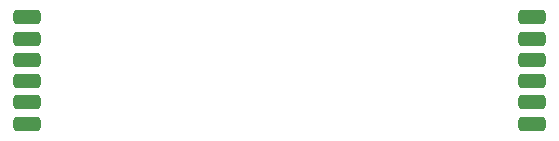
<source format=gbl>
G04*
G04 #@! TF.GenerationSoftware,Altium Limited,Altium Designer,22.4.2 (48)*
G04*
G04 Layer_Physical_Order=2*
G04 Layer_Color=16711680*
%FSLAX25Y25*%
%MOIN*%
G70*
G04*
G04 #@! TF.SameCoordinates,3B532130-91F3-4BA7-A02C-12DA98C8FE5B*
G04*
G04*
G04 #@! TF.FilePolarity,Positive*
G04*
G01*
G75*
G04:AMPARAMS|DCode=12|XSize=90.55mil|YSize=47.24mil|CornerRadius=11.81mil|HoleSize=0mil|Usage=FLASHONLY|Rotation=0.000|XOffset=0mil|YOffset=0mil|HoleType=Round|Shape=RoundedRectangle|*
%AMROUNDEDRECTD12*
21,1,0.09055,0.02362,0,0,0.0*
21,1,0.06693,0.04724,0,0,0.0*
1,1,0.02362,0.03347,-0.01181*
1,1,0.02362,-0.03347,-0.01181*
1,1,0.02362,-0.03347,0.01181*
1,1,0.02362,0.03347,0.01181*
%
%ADD12ROUNDEDRECTD12*%
%ADD13C,0.02000*%
D12*
X172638Y25197D02*
D03*
Y39370D02*
D03*
Y32283D02*
D03*
Y11024D02*
D03*
Y3937D02*
D03*
Y18110D02*
D03*
X4528D02*
D03*
Y3937D02*
D03*
Y11024D02*
D03*
Y32283D02*
D03*
Y39370D02*
D03*
Y25197D02*
D03*
D13*
X175197Y39370D02*
D03*
X170079D02*
D03*
X175197Y32283D02*
D03*
X170079D02*
D03*
X175197Y25197D02*
D03*
X170079D02*
D03*
X175197Y18110D02*
D03*
X170079D02*
D03*
X175197Y11024D02*
D03*
X170079D02*
D03*
X175197Y3937D02*
D03*
X170079D02*
D03*
X7087D02*
D03*
X1969D02*
D03*
X7087Y11024D02*
D03*
X1969D02*
D03*
X7087Y18110D02*
D03*
X1969D02*
D03*
X7087Y25197D02*
D03*
X1969D02*
D03*
X7087Y32283D02*
D03*
X1969D02*
D03*
Y39370D02*
D03*
X7087D02*
D03*
M02*

</source>
